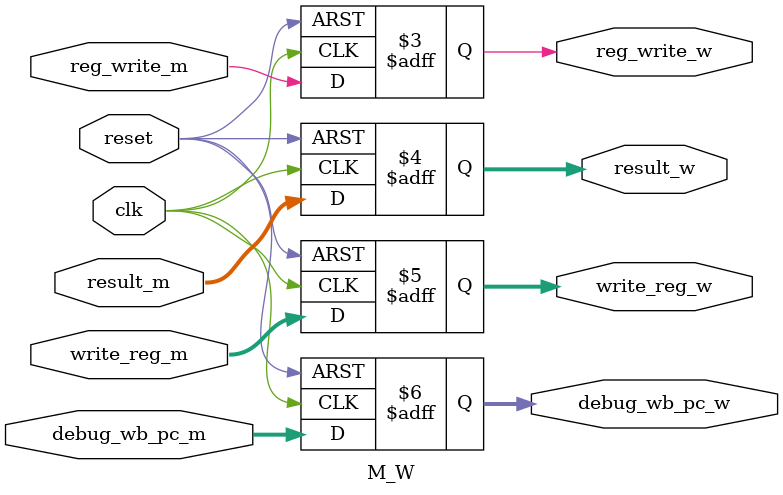
<source format=v>
`timescale 1ns / 1ps


module M_W(
    input wire clk,
    input wire reset,
    input wire reg_write_m,
    input wire [31:0]result_m,
    input wire [4:0]write_reg_m,
    output reg reg_write_w,
    output reg [31:0]result_w,
    output reg [4:0]write_reg_w,
    
    input wire [31:0]debug_wb_pc_m,
    output reg [31:0]debug_wb_pc_w
    );
    initial begin
        reg_write_w <= 0;
        result_w <= 0;
        write_reg_w <= 0;
    end
    always@(posedge clk or posedge reset) begin
        if(reset) begin
            reg_write_w <= 0;
            result_w <= 0;
            write_reg_w <= 0;
            debug_wb_pc_w<=0;
        end
        else begin
            reg_write_w <= reg_write_m;
            result_w <= result_m;
            write_reg_w <= write_reg_m;
            debug_wb_pc_w<=debug_wb_pc_m;
        end
    end
endmodule

</source>
